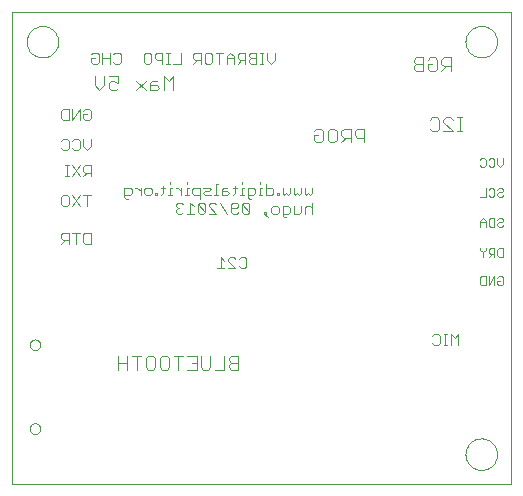
<source format=gbo>
G75*
%MOIN*%
%OFA0B0*%
%FSLAX24Y24*%
%IPPOS*%
%LPD*%
%AMOC8*
5,1,8,0,0,1.08239X$1,22.5*
%
%ADD10C,0.0000*%
%ADD11C,0.0030*%
%ADD12C,0.0040*%
D10*
X000851Y000675D02*
X000851Y016421D01*
X017471Y016421D01*
X017471Y000675D01*
X000851Y000675D01*
X001424Y002527D02*
X001426Y002553D01*
X001432Y002579D01*
X001442Y002604D01*
X001455Y002627D01*
X001471Y002647D01*
X001491Y002665D01*
X001513Y002680D01*
X001536Y002692D01*
X001562Y002700D01*
X001588Y002704D01*
X001614Y002704D01*
X001640Y002700D01*
X001666Y002692D01*
X001690Y002680D01*
X001711Y002665D01*
X001731Y002647D01*
X001747Y002627D01*
X001760Y002604D01*
X001770Y002579D01*
X001776Y002553D01*
X001778Y002527D01*
X001776Y002501D01*
X001770Y002475D01*
X001760Y002450D01*
X001747Y002427D01*
X001731Y002407D01*
X001711Y002389D01*
X001689Y002374D01*
X001666Y002362D01*
X001640Y002354D01*
X001614Y002350D01*
X001588Y002350D01*
X001562Y002354D01*
X001536Y002362D01*
X001512Y002374D01*
X001491Y002389D01*
X001471Y002407D01*
X001455Y002427D01*
X001442Y002450D01*
X001432Y002475D01*
X001426Y002501D01*
X001424Y002527D01*
X001424Y005323D02*
X001426Y005349D01*
X001432Y005375D01*
X001442Y005400D01*
X001455Y005423D01*
X001471Y005443D01*
X001491Y005461D01*
X001513Y005476D01*
X001536Y005488D01*
X001562Y005496D01*
X001588Y005500D01*
X001614Y005500D01*
X001640Y005496D01*
X001666Y005488D01*
X001690Y005476D01*
X001711Y005461D01*
X001731Y005443D01*
X001747Y005423D01*
X001760Y005400D01*
X001770Y005375D01*
X001776Y005349D01*
X001778Y005323D01*
X001776Y005297D01*
X001770Y005271D01*
X001760Y005246D01*
X001747Y005223D01*
X001731Y005203D01*
X001711Y005185D01*
X001689Y005170D01*
X001666Y005158D01*
X001640Y005150D01*
X001614Y005146D01*
X001588Y005146D01*
X001562Y005150D01*
X001536Y005158D01*
X001512Y005170D01*
X001491Y005185D01*
X001471Y005203D01*
X001455Y005223D01*
X001442Y005246D01*
X001432Y005271D01*
X001426Y005297D01*
X001424Y005323D01*
X001326Y015425D02*
X001328Y015470D01*
X001334Y015515D01*
X001343Y015559D01*
X001357Y015602D01*
X001374Y015644D01*
X001394Y015684D01*
X001418Y015723D01*
X001446Y015759D01*
X001476Y015792D01*
X001509Y015823D01*
X001544Y015851D01*
X001582Y015876D01*
X001622Y015897D01*
X001663Y015915D01*
X001706Y015930D01*
X001750Y015940D01*
X001795Y015947D01*
X001840Y015950D01*
X001885Y015949D01*
X001930Y015944D01*
X001974Y015935D01*
X002018Y015923D01*
X002060Y015907D01*
X002100Y015887D01*
X002139Y015864D01*
X002176Y015837D01*
X002210Y015808D01*
X002242Y015776D01*
X002270Y015741D01*
X002296Y015704D01*
X002318Y015664D01*
X002337Y015623D01*
X002352Y015581D01*
X002364Y015537D01*
X002372Y015493D01*
X002376Y015448D01*
X002376Y015402D01*
X002372Y015357D01*
X002364Y015313D01*
X002352Y015269D01*
X002337Y015227D01*
X002318Y015186D01*
X002296Y015146D01*
X002270Y015109D01*
X002242Y015074D01*
X002210Y015042D01*
X002176Y015013D01*
X002139Y014986D01*
X002100Y014963D01*
X002060Y014943D01*
X002018Y014927D01*
X001974Y014915D01*
X001930Y014906D01*
X001885Y014901D01*
X001840Y014900D01*
X001795Y014903D01*
X001750Y014910D01*
X001706Y014920D01*
X001663Y014935D01*
X001622Y014953D01*
X001582Y014974D01*
X001544Y014999D01*
X001509Y015027D01*
X001476Y015058D01*
X001446Y015091D01*
X001418Y015127D01*
X001394Y015166D01*
X001374Y015206D01*
X001357Y015248D01*
X001343Y015291D01*
X001334Y015335D01*
X001328Y015380D01*
X001326Y015425D01*
X015951Y015425D02*
X015953Y015470D01*
X015959Y015515D01*
X015968Y015559D01*
X015982Y015602D01*
X015999Y015644D01*
X016019Y015684D01*
X016043Y015723D01*
X016071Y015759D01*
X016101Y015792D01*
X016134Y015823D01*
X016169Y015851D01*
X016207Y015876D01*
X016247Y015897D01*
X016288Y015915D01*
X016331Y015930D01*
X016375Y015940D01*
X016420Y015947D01*
X016465Y015950D01*
X016510Y015949D01*
X016555Y015944D01*
X016599Y015935D01*
X016643Y015923D01*
X016685Y015907D01*
X016725Y015887D01*
X016764Y015864D01*
X016801Y015837D01*
X016835Y015808D01*
X016867Y015776D01*
X016895Y015741D01*
X016921Y015704D01*
X016943Y015664D01*
X016962Y015623D01*
X016977Y015581D01*
X016989Y015537D01*
X016997Y015493D01*
X017001Y015448D01*
X017001Y015402D01*
X016997Y015357D01*
X016989Y015313D01*
X016977Y015269D01*
X016962Y015227D01*
X016943Y015186D01*
X016921Y015146D01*
X016895Y015109D01*
X016867Y015074D01*
X016835Y015042D01*
X016801Y015013D01*
X016764Y014986D01*
X016725Y014963D01*
X016685Y014943D01*
X016643Y014927D01*
X016599Y014915D01*
X016555Y014906D01*
X016510Y014901D01*
X016465Y014900D01*
X016420Y014903D01*
X016375Y014910D01*
X016331Y014920D01*
X016288Y014935D01*
X016247Y014953D01*
X016207Y014974D01*
X016169Y014999D01*
X016134Y015027D01*
X016101Y015058D01*
X016071Y015091D01*
X016043Y015127D01*
X016019Y015166D01*
X015999Y015206D01*
X015982Y015248D01*
X015968Y015291D01*
X015959Y015335D01*
X015953Y015380D01*
X015951Y015425D01*
X015951Y001675D02*
X015953Y001720D01*
X015959Y001765D01*
X015968Y001809D01*
X015982Y001852D01*
X015999Y001894D01*
X016019Y001934D01*
X016043Y001973D01*
X016071Y002009D01*
X016101Y002042D01*
X016134Y002073D01*
X016169Y002101D01*
X016207Y002126D01*
X016247Y002147D01*
X016288Y002165D01*
X016331Y002180D01*
X016375Y002190D01*
X016420Y002197D01*
X016465Y002200D01*
X016510Y002199D01*
X016555Y002194D01*
X016599Y002185D01*
X016643Y002173D01*
X016685Y002157D01*
X016725Y002137D01*
X016764Y002114D01*
X016801Y002087D01*
X016835Y002058D01*
X016867Y002026D01*
X016895Y001991D01*
X016921Y001954D01*
X016943Y001914D01*
X016962Y001873D01*
X016977Y001831D01*
X016989Y001787D01*
X016997Y001743D01*
X017001Y001698D01*
X017001Y001652D01*
X016997Y001607D01*
X016989Y001563D01*
X016977Y001519D01*
X016962Y001477D01*
X016943Y001436D01*
X016921Y001396D01*
X016895Y001359D01*
X016867Y001324D01*
X016835Y001292D01*
X016801Y001263D01*
X016764Y001236D01*
X016725Y001213D01*
X016685Y001193D01*
X016643Y001177D01*
X016599Y001165D01*
X016555Y001156D01*
X016510Y001151D01*
X016465Y001150D01*
X016420Y001153D01*
X016375Y001160D01*
X016331Y001170D01*
X016288Y001185D01*
X016247Y001203D01*
X016207Y001224D01*
X016169Y001249D01*
X016134Y001277D01*
X016101Y001308D01*
X016071Y001341D01*
X016043Y001377D01*
X016019Y001416D01*
X015999Y001456D01*
X015982Y001498D01*
X015968Y001541D01*
X015959Y001585D01*
X015953Y001630D01*
X015951Y001675D01*
D11*
X015711Y005315D02*
X015711Y005685D01*
X015588Y005562D01*
X015465Y005685D01*
X015465Y005315D01*
X015343Y005315D02*
X015220Y005315D01*
X015281Y005315D02*
X015281Y005685D01*
X015220Y005685D02*
X015343Y005685D01*
X015098Y005624D02*
X015098Y005377D01*
X015036Y005315D01*
X014912Y005315D01*
X014851Y005377D01*
X014851Y005624D02*
X014912Y005685D01*
X015036Y005685D01*
X015098Y005624D01*
X016477Y007315D02*
X016429Y007363D01*
X016429Y007557D01*
X016477Y007605D01*
X016622Y007605D01*
X016622Y007315D01*
X016477Y007315D01*
X016723Y007315D02*
X016723Y007605D01*
X016917Y007605D02*
X016723Y007315D01*
X016917Y007315D02*
X016917Y007605D01*
X017018Y007557D02*
X017066Y007605D01*
X017163Y007605D01*
X017211Y007557D01*
X017211Y007363D01*
X017163Y007315D01*
X017066Y007315D01*
X017018Y007363D01*
X017018Y007460D01*
X017115Y007460D01*
X017066Y008253D02*
X017018Y008301D01*
X017018Y008494D01*
X017066Y008543D01*
X017211Y008543D01*
X017211Y008253D01*
X017066Y008253D01*
X016917Y008253D02*
X016917Y008543D01*
X016772Y008543D01*
X016723Y008494D01*
X016723Y008398D01*
X016772Y008349D01*
X016917Y008349D01*
X016820Y008349D02*
X016723Y008253D01*
X016525Y008253D02*
X016525Y008398D01*
X016429Y008494D01*
X016429Y008543D01*
X016525Y008398D02*
X016622Y008494D01*
X016622Y008543D01*
X016622Y009253D02*
X016622Y009446D01*
X016525Y009543D01*
X016429Y009446D01*
X016429Y009253D01*
X016429Y009398D02*
X016622Y009398D01*
X016723Y009494D02*
X016772Y009543D01*
X016917Y009543D01*
X016917Y009253D01*
X016772Y009253D01*
X016723Y009301D01*
X016723Y009494D01*
X017018Y009494D02*
X017066Y009543D01*
X017163Y009543D01*
X017211Y009494D01*
X017211Y009446D01*
X017163Y009398D01*
X017066Y009398D01*
X017018Y009349D01*
X017018Y009301D01*
X017066Y009253D01*
X017163Y009253D01*
X017211Y009301D01*
X017163Y010253D02*
X017211Y010301D01*
X017163Y010253D02*
X017066Y010253D01*
X017018Y010301D01*
X017018Y010349D01*
X017066Y010398D01*
X017163Y010398D01*
X017211Y010446D01*
X017211Y010494D01*
X017163Y010543D01*
X017066Y010543D01*
X017018Y010494D01*
X016917Y010494D02*
X016917Y010301D01*
X016868Y010253D01*
X016772Y010253D01*
X016723Y010301D01*
X016622Y010253D02*
X016429Y010253D01*
X016622Y010253D02*
X016622Y010543D01*
X016723Y010494D02*
X016772Y010543D01*
X016868Y010543D01*
X016917Y010494D01*
X016868Y011253D02*
X016772Y011253D01*
X016723Y011301D01*
X016622Y011301D02*
X016574Y011253D01*
X016477Y011253D01*
X016429Y011301D01*
X016622Y011301D02*
X016622Y011494D01*
X016574Y011543D01*
X016477Y011543D01*
X016429Y011494D01*
X016723Y011494D02*
X016772Y011543D01*
X016868Y011543D01*
X016917Y011494D01*
X016917Y011301D01*
X016868Y011253D01*
X017018Y011349D02*
X017018Y011543D01*
X017211Y011543D02*
X017211Y011349D01*
X017115Y011253D01*
X017018Y011349D01*
X010836Y010562D02*
X010836Y010377D01*
X010775Y010315D01*
X010713Y010377D01*
X010651Y010315D01*
X010590Y010377D01*
X010590Y010562D01*
X010468Y010562D02*
X010468Y010377D01*
X010406Y010315D01*
X010345Y010377D01*
X010283Y010315D01*
X010221Y010377D01*
X010221Y010562D01*
X010100Y010562D02*
X010100Y010377D01*
X010038Y010315D01*
X009976Y010377D01*
X009915Y010315D01*
X009853Y010377D01*
X009853Y010562D01*
X009731Y010377D02*
X009731Y010315D01*
X009670Y010315D01*
X009670Y010377D01*
X009731Y010377D01*
X009547Y010377D02*
X009486Y010315D01*
X009300Y010315D01*
X009300Y010685D01*
X009300Y010562D02*
X009486Y010562D01*
X009547Y010500D01*
X009547Y010377D01*
X009179Y010315D02*
X009056Y010315D01*
X009117Y010315D02*
X009117Y010562D01*
X009179Y010562D01*
X009117Y010685D02*
X009117Y010747D01*
X008872Y010562D02*
X008933Y010500D01*
X008933Y010377D01*
X008872Y010315D01*
X008687Y010315D01*
X008687Y010253D02*
X008687Y010562D01*
X008872Y010562D01*
X008565Y010562D02*
X008503Y010562D01*
X008503Y010315D01*
X008442Y010315D02*
X008565Y010315D01*
X008687Y010253D02*
X008748Y010192D01*
X008810Y010192D01*
X008688Y010060D02*
X008564Y010060D01*
X008502Y009999D01*
X008749Y009752D01*
X008688Y009690D01*
X008564Y009690D01*
X008502Y009752D01*
X008502Y009999D01*
X008381Y009999D02*
X008381Y009937D01*
X008319Y009875D01*
X008134Y009875D01*
X008134Y009752D02*
X008134Y009999D01*
X008196Y010060D01*
X008319Y010060D01*
X008381Y009999D01*
X008688Y010060D02*
X008749Y009999D01*
X008749Y009752D01*
X008381Y009752D02*
X008319Y009690D01*
X008196Y009690D01*
X008134Y009752D01*
X008013Y009690D02*
X007766Y010060D01*
X007644Y009999D02*
X007583Y010060D01*
X007459Y010060D01*
X007397Y009999D01*
X007397Y009937D01*
X007644Y009690D01*
X007397Y009690D01*
X007276Y009752D02*
X007029Y009999D01*
X007029Y009752D01*
X007091Y009690D01*
X007214Y009690D01*
X007276Y009752D01*
X007276Y009999D01*
X007214Y010060D01*
X007091Y010060D01*
X007029Y009999D01*
X006908Y009937D02*
X006784Y010060D01*
X006784Y009690D01*
X006661Y009690D02*
X006908Y009690D01*
X006539Y009752D02*
X006478Y009690D01*
X006354Y009690D01*
X006292Y009752D01*
X006292Y009813D01*
X006354Y009875D01*
X006416Y009875D01*
X006354Y009875D02*
X006292Y009937D01*
X006292Y009999D01*
X006354Y010060D01*
X006478Y010060D01*
X006539Y009999D01*
X006478Y010315D02*
X006478Y010562D01*
X006355Y010562D02*
X006478Y010438D01*
X006600Y010315D02*
X006724Y010315D01*
X006662Y010315D02*
X006662Y010562D01*
X006724Y010562D01*
X006845Y010500D02*
X006845Y010377D01*
X006907Y010315D01*
X007092Y010315D01*
X007092Y010192D02*
X007092Y010562D01*
X006907Y010562D01*
X006845Y010500D01*
X006662Y010685D02*
X006662Y010747D01*
X006355Y010562D02*
X006293Y010562D01*
X006171Y010562D02*
X006109Y010562D01*
X006109Y010315D01*
X006048Y010315D02*
X006171Y010315D01*
X005864Y010377D02*
X005864Y010624D01*
X005926Y010562D02*
X005802Y010562D01*
X005864Y010377D02*
X005802Y010315D01*
X005680Y010315D02*
X005680Y010377D01*
X005618Y010377D01*
X005618Y010315D01*
X005680Y010315D01*
X005496Y010377D02*
X005434Y010315D01*
X005311Y010315D01*
X005249Y010377D01*
X005249Y010500D01*
X005311Y010562D01*
X005434Y010562D01*
X005496Y010500D01*
X005496Y010377D01*
X005128Y010438D02*
X005004Y010562D01*
X004942Y010562D01*
X004821Y010500D02*
X004821Y010377D01*
X004759Y010315D01*
X004574Y010315D01*
X004574Y010253D02*
X004574Y010562D01*
X004759Y010562D01*
X004821Y010500D01*
X004697Y010192D02*
X004635Y010192D01*
X004574Y010253D01*
X005128Y010315D02*
X005128Y010562D01*
X006109Y010685D02*
X006109Y010747D01*
X007213Y010562D02*
X007398Y010562D01*
X007460Y010500D01*
X007398Y010438D01*
X007275Y010438D01*
X007213Y010377D01*
X007275Y010315D01*
X007460Y010315D01*
X007582Y010315D02*
X007706Y010315D01*
X007644Y010315D02*
X007644Y010685D01*
X007706Y010685D01*
X007889Y010562D02*
X007827Y010500D01*
X007827Y010315D01*
X008012Y010315D01*
X008074Y010377D01*
X008012Y010438D01*
X007827Y010438D01*
X007889Y010562D02*
X008012Y010562D01*
X008196Y010562D02*
X008320Y010562D01*
X008258Y010624D02*
X008258Y010377D01*
X008196Y010315D01*
X008503Y010685D02*
X008503Y010747D01*
X009485Y009875D02*
X009546Y009937D01*
X009670Y009937D01*
X009731Y009875D01*
X009731Y009752D01*
X009670Y009690D01*
X009546Y009690D01*
X009485Y009752D01*
X009485Y009875D01*
X009301Y009752D02*
X009301Y009690D01*
X009240Y009690D01*
X009240Y009752D01*
X009301Y009752D01*
X009240Y009690D02*
X009363Y009567D01*
X009853Y009628D02*
X009853Y009937D01*
X010038Y009937D01*
X010100Y009875D01*
X010100Y009752D01*
X010038Y009690D01*
X009853Y009690D01*
X009853Y009628D02*
X009915Y009567D01*
X009976Y009567D01*
X010221Y009690D02*
X010221Y009937D01*
X010221Y009690D02*
X010406Y009690D01*
X010468Y009752D01*
X010468Y009937D01*
X010590Y009875D02*
X010590Y009690D01*
X010590Y009875D02*
X010651Y009937D01*
X010775Y009937D01*
X010836Y009875D01*
X010836Y010060D02*
X010836Y009690D01*
X008649Y008186D02*
X008649Y007939D01*
X008587Y007878D01*
X008464Y007878D01*
X008402Y007939D01*
X008281Y007878D02*
X008034Y008124D01*
X008034Y008186D01*
X008095Y008248D01*
X008219Y008248D01*
X008281Y008186D01*
X008402Y008186D02*
X008464Y008248D01*
X008587Y008248D01*
X008649Y008186D01*
X008281Y007878D02*
X008034Y007878D01*
X007912Y007878D02*
X007665Y007878D01*
X007789Y007878D02*
X007789Y008248D01*
X007912Y008124D01*
X003461Y008690D02*
X003276Y008690D01*
X003215Y008752D01*
X003215Y008999D01*
X003276Y009060D01*
X003461Y009060D01*
X003461Y008690D01*
X003093Y009060D02*
X002846Y009060D01*
X002725Y009060D02*
X002540Y009060D01*
X002478Y008999D01*
X002478Y008875D01*
X002540Y008813D01*
X002725Y008813D01*
X002725Y008690D02*
X002725Y009060D01*
X002970Y009060D02*
X002970Y008690D01*
X002601Y008813D02*
X002478Y008690D01*
X002540Y009940D02*
X002478Y010002D01*
X002478Y010249D01*
X002540Y010310D01*
X002663Y010310D01*
X002725Y010249D01*
X002725Y010002D01*
X002663Y009940D01*
X002540Y009940D01*
X002846Y009940D02*
X003093Y010310D01*
X003215Y010310D02*
X003461Y010310D01*
X003338Y010310D02*
X003338Y009940D01*
X003093Y009940D02*
X002846Y010310D01*
X002846Y010940D02*
X003093Y011310D01*
X003215Y011249D02*
X003215Y011125D01*
X003276Y011063D01*
X003461Y011063D01*
X003461Y010940D02*
X003461Y011310D01*
X003276Y011310D01*
X003215Y011249D01*
X003338Y011063D02*
X003215Y010940D01*
X003093Y010940D02*
X002846Y011310D01*
X002725Y011310D02*
X002601Y011310D01*
X002663Y011310D02*
X002663Y010940D01*
X002725Y010940D02*
X002601Y010940D01*
X002540Y011815D02*
X002478Y011877D01*
X002540Y011815D02*
X002663Y011815D01*
X002725Y011877D01*
X002725Y012124D01*
X002663Y012185D01*
X002540Y012185D01*
X002478Y012124D01*
X002846Y012124D02*
X002908Y012185D01*
X003031Y012185D01*
X003093Y012124D01*
X003093Y011877D01*
X003031Y011815D01*
X002908Y011815D01*
X002846Y011877D01*
X003215Y011938D02*
X003215Y012185D01*
X003461Y012185D02*
X003461Y011938D01*
X003338Y011815D01*
X003215Y011938D01*
X003276Y012815D02*
X003215Y012877D01*
X003215Y013000D01*
X003338Y013000D01*
X003461Y012877D02*
X003400Y012815D01*
X003276Y012815D01*
X003093Y012815D02*
X003093Y013185D01*
X002846Y012815D01*
X002846Y013185D01*
X002725Y013185D02*
X002540Y013185D01*
X002478Y013124D01*
X002478Y012877D01*
X002540Y012815D01*
X002725Y012815D01*
X002725Y013185D01*
X003215Y013124D02*
X003276Y013185D01*
X003400Y013185D01*
X003461Y013124D01*
X003461Y012877D01*
X003540Y014690D02*
X003478Y014752D01*
X003478Y014875D01*
X003601Y014875D01*
X003478Y014999D02*
X003540Y015060D01*
X003663Y015060D01*
X003725Y014999D01*
X003725Y014752D01*
X003663Y014690D01*
X003540Y014690D01*
X003846Y014690D02*
X003846Y015060D01*
X003846Y014875D02*
X004093Y014875D01*
X004215Y014752D02*
X004276Y014690D01*
X004400Y014690D01*
X004461Y014752D01*
X004461Y014999D01*
X004400Y015060D01*
X004276Y015060D01*
X004215Y014999D01*
X004093Y015060D02*
X004093Y014690D01*
X005232Y014752D02*
X005232Y014999D01*
X005294Y015060D01*
X005417Y015060D01*
X005479Y014999D01*
X005479Y014752D01*
X005417Y014690D01*
X005294Y014690D01*
X005232Y014752D01*
X005601Y014875D02*
X005601Y014999D01*
X005662Y015060D01*
X005848Y015060D01*
X005848Y014690D01*
X005970Y014690D02*
X006093Y014690D01*
X006031Y014690D02*
X006031Y015060D01*
X005970Y015060D02*
X006093Y015060D01*
X005848Y014813D02*
X005662Y014813D01*
X005601Y014875D01*
X006215Y014690D02*
X006461Y014690D01*
X006461Y015060D01*
X006884Y014999D02*
X006884Y014875D01*
X006946Y014813D01*
X007131Y014813D01*
X007131Y014690D02*
X007131Y015060D01*
X006946Y015060D01*
X006884Y014999D01*
X007008Y014813D02*
X006884Y014690D01*
X007252Y014752D02*
X007252Y014999D01*
X007314Y015060D01*
X007438Y015060D01*
X007499Y014999D01*
X007499Y014752D01*
X007438Y014690D01*
X007314Y014690D01*
X007252Y014752D01*
X007621Y015060D02*
X007868Y015060D01*
X007744Y015060D02*
X007744Y014690D01*
X007989Y014690D02*
X007989Y014937D01*
X008112Y015060D01*
X008236Y014937D01*
X008236Y014690D01*
X008357Y014690D02*
X008481Y014813D01*
X008419Y014813D02*
X008604Y014813D01*
X008726Y014813D02*
X008726Y014752D01*
X008787Y014690D01*
X008973Y014690D01*
X008973Y015060D01*
X008787Y015060D01*
X008726Y014999D01*
X008726Y014937D01*
X008787Y014875D01*
X008973Y014875D01*
X008787Y014875D02*
X008726Y014813D01*
X008604Y014690D02*
X008604Y015060D01*
X008419Y015060D01*
X008357Y014999D01*
X008357Y014875D01*
X008419Y014813D01*
X008236Y014875D02*
X007989Y014875D01*
X009095Y014690D02*
X009218Y014690D01*
X009156Y014690D02*
X009156Y015060D01*
X009095Y015060D02*
X009218Y015060D01*
X009340Y015060D02*
X009340Y014813D01*
X009463Y014690D01*
X009586Y014813D01*
X009586Y015060D01*
D12*
X010970Y012530D02*
X011123Y012530D01*
X011200Y012454D01*
X011200Y012147D01*
X011123Y012070D01*
X010970Y012070D01*
X010893Y012147D01*
X010893Y012300D01*
X011047Y012300D01*
X010893Y012454D02*
X010970Y012530D01*
X011354Y012454D02*
X011354Y012147D01*
X011430Y012070D01*
X011584Y012070D01*
X011661Y012147D01*
X011661Y012454D01*
X011584Y012530D01*
X011430Y012530D01*
X011354Y012454D01*
X011814Y012454D02*
X011814Y012300D01*
X011891Y012223D01*
X012121Y012223D01*
X012121Y012070D02*
X012121Y012530D01*
X011891Y012530D01*
X011814Y012454D01*
X011968Y012223D02*
X011814Y012070D01*
X012274Y012300D02*
X012274Y012454D01*
X012351Y012530D01*
X012581Y012530D01*
X012581Y012070D01*
X012581Y012223D02*
X012351Y012223D01*
X012274Y012300D01*
X014305Y014445D02*
X014229Y014522D01*
X014229Y014598D01*
X014305Y014675D01*
X014536Y014675D01*
X014689Y014675D02*
X014689Y014522D01*
X014766Y014445D01*
X014919Y014445D01*
X014996Y014522D01*
X014996Y014829D01*
X014919Y014905D01*
X014766Y014905D01*
X014689Y014829D01*
X014689Y014675D02*
X014843Y014675D01*
X014536Y014445D02*
X014305Y014445D01*
X014305Y014675D02*
X014229Y014752D01*
X014229Y014829D01*
X014305Y014905D01*
X014536Y014905D01*
X014536Y014445D01*
X015149Y014445D02*
X015303Y014598D01*
X015226Y014598D02*
X015456Y014598D01*
X015456Y014445D02*
X015456Y014905D01*
X015226Y014905D01*
X015149Y014829D01*
X015149Y014675D01*
X015226Y014598D01*
X015294Y012905D02*
X015448Y012905D01*
X015524Y012829D01*
X015678Y012905D02*
X015831Y012905D01*
X015755Y012905D02*
X015755Y012445D01*
X015831Y012445D02*
X015678Y012445D01*
X015524Y012445D02*
X015218Y012752D01*
X015218Y012829D01*
X015294Y012905D01*
X015064Y012829D02*
X015064Y012522D01*
X014987Y012445D01*
X014834Y012445D01*
X014757Y012522D01*
X014757Y012829D02*
X014834Y012905D01*
X014987Y012905D01*
X015064Y012829D01*
X015218Y012445D02*
X015524Y012445D01*
X008369Y004953D02*
X008138Y004953D01*
X008062Y004876D01*
X008062Y004799D01*
X008138Y004722D01*
X008369Y004722D01*
X008369Y004492D02*
X008138Y004492D01*
X008062Y004569D01*
X008062Y004646D01*
X008138Y004722D01*
X007908Y004492D02*
X007601Y004492D01*
X007448Y004569D02*
X007371Y004492D01*
X007218Y004492D01*
X007141Y004569D01*
X007141Y004953D01*
X006987Y004953D02*
X006987Y004492D01*
X006681Y004492D01*
X006834Y004722D02*
X006987Y004722D01*
X006987Y004953D02*
X006681Y004953D01*
X006527Y004953D02*
X006220Y004953D01*
X006374Y004953D02*
X006374Y004492D01*
X006067Y004569D02*
X006067Y004876D01*
X005990Y004953D01*
X005836Y004953D01*
X005760Y004876D01*
X005760Y004569D01*
X005836Y004492D01*
X005990Y004492D01*
X006067Y004569D01*
X005606Y004569D02*
X005606Y004876D01*
X005530Y004953D01*
X005376Y004953D01*
X005299Y004876D01*
X005299Y004569D01*
X005376Y004492D01*
X005530Y004492D01*
X005606Y004569D01*
X005146Y004953D02*
X004839Y004953D01*
X004992Y004953D02*
X004992Y004492D01*
X004685Y004492D02*
X004685Y004953D01*
X004685Y004722D02*
X004379Y004722D01*
X004379Y004492D02*
X004379Y004953D01*
X007448Y004953D02*
X007448Y004569D01*
X007908Y004492D02*
X007908Y004953D01*
X008369Y004953D02*
X008369Y004492D01*
X006206Y013820D02*
X006206Y014280D01*
X006053Y014127D01*
X005899Y014280D01*
X005899Y013820D01*
X005746Y013897D02*
X005669Y013973D01*
X005439Y013973D01*
X005439Y014050D02*
X005439Y013820D01*
X005669Y013820D01*
X005746Y013897D01*
X005669Y014127D02*
X005516Y014127D01*
X005439Y014050D01*
X005286Y014127D02*
X004979Y013820D01*
X005286Y013820D02*
X004979Y014127D01*
X004365Y014050D02*
X004211Y014127D01*
X004135Y014127D01*
X004058Y014050D01*
X004058Y013897D01*
X004135Y013820D01*
X004288Y013820D01*
X004365Y013897D01*
X004365Y014050D02*
X004365Y014280D01*
X004058Y014280D01*
X003904Y014280D02*
X003904Y013973D01*
X003751Y013820D01*
X003597Y013973D01*
X003597Y014280D01*
M02*

</source>
